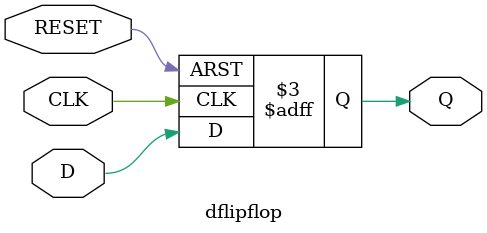
<source format=v>
`timescale 1ns / 1ps


module dflipflop(
		input CLK,
		input RESET,
		input D,
		output reg Q
    );

	always @(posedge CLK or posedge RESET)
	begin
		if(RESET)
			Q <= 0;
		else 
			Q <= D;
	
	end


	initial begin
		Q = 0;
	end

endmodule

</source>
